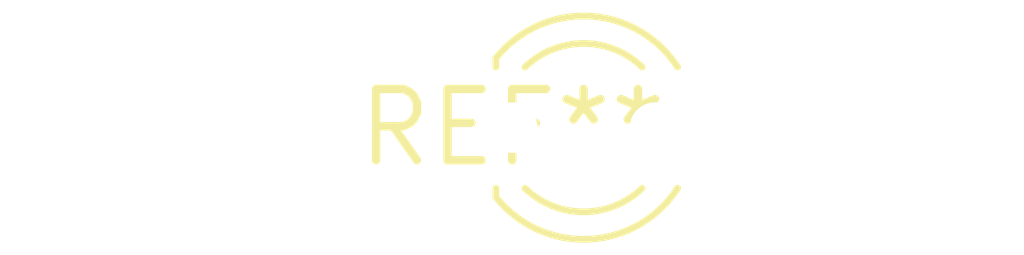
<source format=kicad_pcb>
(kicad_pcb (version 20240108) (generator pcbnew)
  (layers (0 "F.Cu" signal) (31 "B.Cu" signal) (34 "B.Paste" user) (35 "F.Paste" user) (36 "B.SilkS" user "B.Silkscreen") (37 "F.SilkS" user "F.Silkscreen") (38 "B.Mask" user) (39 "F.Mask" user) (44 "Edge.Cuts" user))
  (net 0 "")
  (footprint "LED_D3.0mm_Clear" (layer "F.Cu") (at 0 0)
    (property "Reference" "REF**")
    (property "Value" "LED_D3.0mm_Clear")
    (fp_line (start -0.29 -1.236) (end -0.29 -1.08) (layer "F.SilkS") (stroke (width 0.12)))
    (fp_line (start -0.29 1.08) (end -0.29 1.236) (layer "F.SilkS") (stroke (width 0.12)))
    (fp_arc (start -0.29 -1.235516) (mid 1.366487 -1.987659) (end 2.942335 -1.078608) (layer "F.SilkS") (stroke (width 0.12)))
    (fp_arc (start 0.229039 -1.08) (mid 1.270117 -1.5) (end 2.31113 -1.079837) (layer "F.SilkS") (stroke (width 0.12)))
    (fp_arc (start 2.31113 1.079837) (mid 1.270117 1.5) (end 0.229039 1.08) (layer "F.SilkS") (stroke (width 0.12)))
    (fp_arc (start 2.942335 1.078608) (mid 1.366487 1.987659) (end -0.29 1.235516) (layer "F.SilkS") (stroke (width 0.12)))
    (pad "1" thru_hole rect (at 0 0) (size 1.8 1.8) (drill 0.9) (layers *.Cu *.Mask) (remove_unused_layers))
    (pad "2" thru_hole circle (at 2.54 0) (size 1.8 1.8) (drill 0.9) (layers *.Cu *.Mask) (remove_unused_layers))
  )
)
</source>
